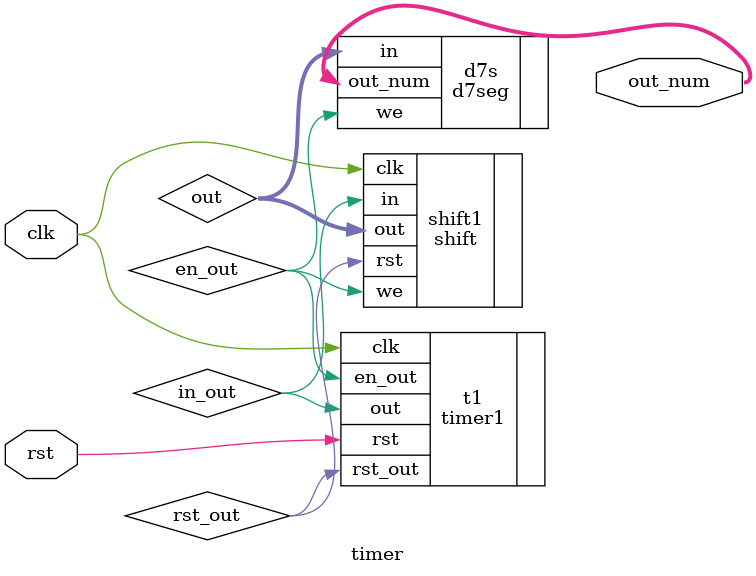
<source format=v>
`include "timer1.v"
`include "shift.v"
`include "7seg.v"
module timer(output [6:0] out_num,
input clk,
input rst);
wire rst_out, en_out, in_out;
wire [7:0] out;
timer1 t1(.clk(clk),.rst(rst),.out(in_out),
.en_out(en_out),.rst_out(rst_out));

shift shift1(.clk(clk), .rst(rst_out),
.we(en_out),.in(in_out),.out(out));

d7seg d7s(.in(out), .we(en_out),.out_num(out_num));

endmodule

</source>
